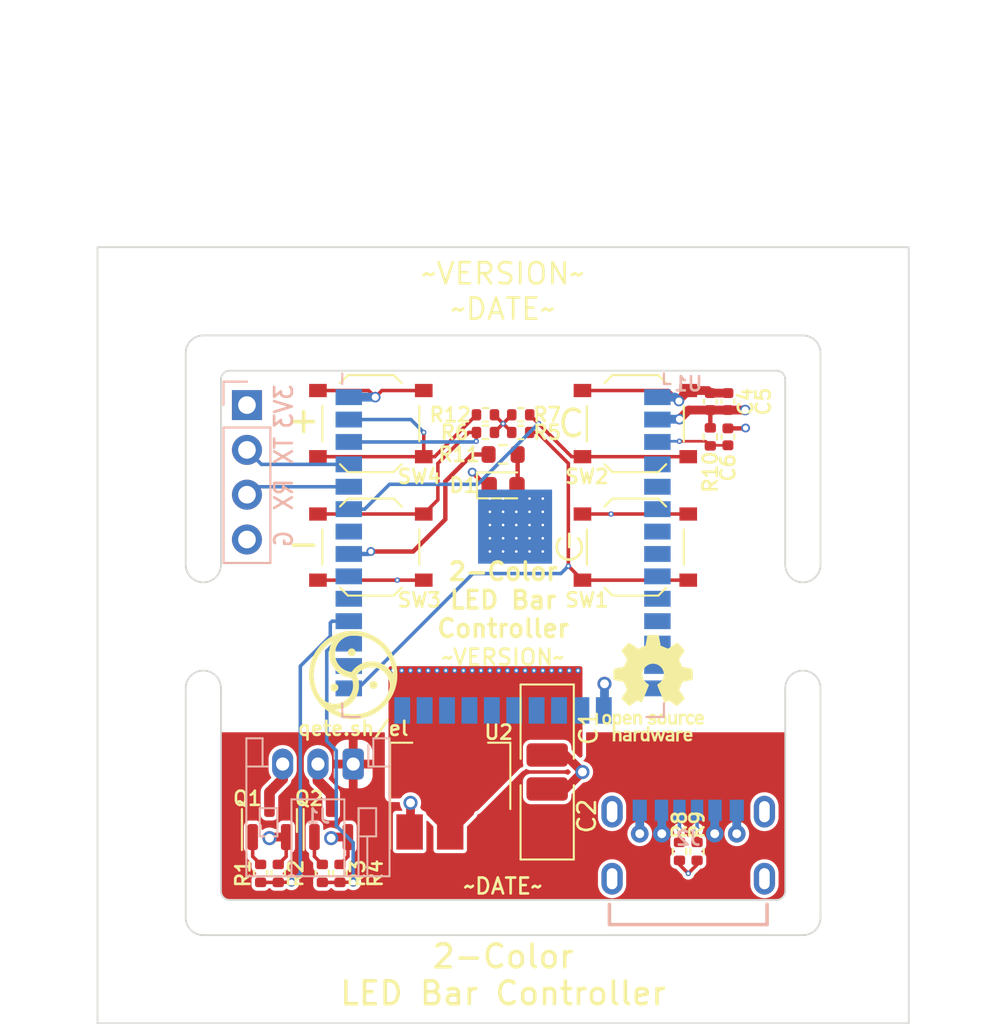
<source format=kicad_pcb>
(kicad_pcb (version 20221018) (generator pcbnew)
  (title_block (title "2-Color LED Bar Controller") (date "~{DATE}") (rev "~{VERSION}"))
  (layers (0 "F.Cu" signal) (1 "In1.Cu" power) (2 "In2.Cu" power) (31 "B.Cu" signal) (34 "B.Paste" user) (35 "F.Paste" user) (36 "B.SilkS" user "B.Silkscreen") (37 "F.SilkS" user "F.Silkscreen") (38 "B.Mask" user) (39 "F.Mask" user) (44 "Edge.Cuts" user))
  (property "DATE" "~DATE~")
  (property "VERSION" "~VERSION~")
  (net 0 "")
  (net 1 "+3V3")
  (net 2 "GND")
  (net 3 "VBUS")
  (net 4 "Net-(D1-A)")
  (net 5 "/TX")
  (net 6 "/RX")
  (net 7 "/PWM_CW")
  (net 8 "/PWM_WW")
  (net 9 "/SW_Color")
  (net 10 "/SW_Bright-")
  (net 11 "/SW_Power")
  (net 12 "/Status_LED")
  (net 13 "/SW_Bright+")
  (net 34 "/EN")
  (net 35 "/CW")
  (net 36 "/WW")
  (net 37 "/CC1")
  (net 38 "/CC2")
  (net 39 "/Gcw")
  (net 40 "/Gww")
  (footprint "Button_Switch_SMD:SW_Push_1P1T_XKB_TS-1187A" (layer "F.Cu") (at 146.25 95.5)
    (fp_text reference "SW1" (at -2.75 3) (layer "F.SilkS") (effects (font (size 0.8 0.8))))
    (fp_text value "Power")
    (pad "1" smd rect (at -3 -1.875) (size 1 0.75) (layers "F.Cu" "F.Paste" "F.Mask") (net 2 "GND"))
    (pad "1" smd rect (at 3 -1.875) (size 1 0.75) (layers "F.Cu" "F.Paste" "F.Mask") (net 2 "GND"))
    (pad "2" smd rect (at -3 1.875) (size 1 0.75) (layers "F.Cu" "F.Paste" "F.Mask") (net 11 "/SW_Power"))
    (pad "2" smd rect (at 3 1.875) (size 1 0.75) (layers "F.Cu" "F.Paste" "F.Mask") (net 11 "/SW_Power"))
  )
  (footprint "My_Footprints:JLCPCB_Tooling_Hole" (layer "F.Cu") (at 118.25 81)
    (fp_text reference "REF**" hide)
    (fp_text value "JLCPCB_Tooling_Hole")
    (pad "" np_thru_hole circle (at 0 0) (size 1.152 1.152) (drill 1.152) (layers "F&B.Cu" "*.Mask") (clearance 0.248))
  )
  (footprint "My_Footprints:JLCPCB_Tooling_Hole" (layer "F.Cu") (at 118.25 120)
    (fp_text reference "REF**" hide)
    (fp_text value "JLCPCB_Tooling_Hole")
    (pad "" np_thru_hole circle (at 0 0) (size 1.152 1.152) (drill 1.152) (layers "F&B.Cu" "*.Mask") (clearance 0.248))
  )
  (footprint "Resistor_SMD:R_0402_1005Metric" (layer "F.Cu") (at 137.75 89 180)
    (fp_text reference "R6" (at 1.75 0) (layer "F.SilkS") (effects (font (size 0.8 0.8))))
    (fp_text value "100k")
    (pad "1" smd roundrect (at -0.51 0 180) (size 0.54 0.64) (layers "F.Cu" "F.Paste" "F.Mask") (net 1 "+3V3"))
    (pad "2" smd roundrect (at 0.51 0 180) (size 0.54 0.64) (layers "F.Cu" "F.Paste" "F.Mask") (net 10 "/SW_Bright-"))
  )
  (footprint "Resistor_SMD:R_0402_1005Metric" (layer "F.Cu") (at 150.5 89.25 -90)
    (fp_text reference "R10" (at 2 0 90) (layer "F.SilkS") (effects (font (size 0.8 0.8))))
    (fp_text value "10k")
    (pad "1" smd roundrect (at -0.51 0 270) (size 0.54 0.64) (layers "F.Cu" "F.Paste" "F.Mask") (net 1 "+3V3"))
    (pad "2" smd roundrect (at 0.51 0 270) (size 0.54 0.64) (layers "F.Cu" "F.Paste" "F.Mask") (net 34 "/EN"))
  )
  (footprint "Package_TO_SOT_SMD:SOT-23" (layer "F.Cu") (at 125.5 111 90)
    (fp_text reference "Q1" (at 1.25 -1.25) (layer "F.SilkS") (effects (font (size 0.8 0.8))))
    (fp_text value "AO3400A")
    (pad "1" smd roundrect (at -0.9375 -0.95 90) (size 1.475 0.6) (layers "F.Cu" "F.Paste" "F.Mask") (net 39 "/Gcw"))
    (pad "2" smd roundrect (at -0.9375 0.95 90) (size 1.475 0.6) (layers "F.Cu" "F.Paste" "F.Mask") (net 2 "GND"))
    (pad "3" smd roundrect (at 0.9375 0 90) (size 1.475 0.6) (layers "F.Cu" "F.Paste" "F.Mask") (net 35 "/CW"))
  )
  (footprint "Package_TO_SOT_SMD:SOT-23" (layer "F.Cu") (at 129 111 90)
    (fp_text reference "Q2" (at 1.25 -1.25) (layer "F.SilkS") (effects (font (size 0.8 0.8))))
    (fp_text value "AO3400A")
    (pad "1" smd roundrect (at -0.9375 -0.95 90) (size 1.475 0.6) (layers "F.Cu" "F.Paste" "F.Mask") (net 40 "/Gww"))
    (pad "2" smd roundrect (at -0.9375 0.95 90) (size 1.475 0.6) (layers "F.Cu" "F.Paste" "F.Mask") (net 2 "GND"))
    (pad "3" smd roundrect (at 0.9375 0 90) (size 1.475 0.6) (layers "F.Cu" "F.Paste" "F.Mask") (net 36 "/WW"))
  )
  (footprint "Panelization:mouse-bite-5mm-railbreaker" (layer "F.Cu") (at 118.25 96.5)
    (fp_text reference "mouse-bite-2mm-slot" hide)
    (fp_text value "VAL**" hide)
    (pad "" np_thru_hole circle (at -1.875 0) (size 0.5 0.5) (drill 0.5) (layers "*.Cu" "*.Mask"))
    (pad "" np_thru_hole circle (at -1.125 0) (size 0.5 0.5) (drill 0.5) (layers "*.Cu" "*.Mask"))
    (pad "" np_thru_hole circle (at -0.375 0) (size 0.5 0.5) (drill 0.5) (layers "*.Cu" "*.Mask"))
    (pad "" np_thru_hole circle (at 0.375 0) (size 0.5 0.5) (drill 0.5) (layers "*.Cu" "*.Mask"))
    (pad "" np_thru_hole circle (at 1.125 0) (size 0.5 0.5) (drill 0.5) (layers "*.Cu" "*.Mask"))
    (pad "" np_thru_hole circle (at 1.875 0) (size 0.5 0.5) (drill 0.5) (layers "*.Cu" "*.Mask"))
  )
  (footprint "MountingHole:MountingHole_2.2mm_M2" (layer "F.Cu") (at 125.75 100)
    (fp_text reference "REF**" hide)
    (fp_text value "MountingHole_2.2mm_M2" hide)
    (pad "" np_thru_hole circle (at 0 0) (size 2.2 2.2) (drill 2.2) (layers "*.Cu" "*.Mask"))
  )
  (footprint "Resistor_SMD:R_0402_1005Metric" (layer "F.Cu") (at 139.75 89)
    (fp_text reference "R7" (at 1.5 -1) (layer "F.SilkS") (effects (font (size 0.8 0.8))))
    (fp_text value "100k")
    (pad "1" smd roundrect (at -0.51 0) (size 0.54 0.64) (layers "F.Cu" "F.Paste" "F.Mask") (net 1 "+3V3"))
    (pad "2" smd roundrect (at 0.51 0) (size 0.54 0.64) (layers "F.Cu" "F.Paste" "F.Mask") (net 11 "/SW_Power"))
  )
  (footprint "Resistor_SMD:R_0402_1005Metric" (layer "F.Cu") (at 126 114 90)
    (fp_text reference "R2" (at 0 1 90) (layer "F.SilkS") (effects (font (size 0.8 0.8))))
    (fp_text value "100k")
    (pad "1" smd roundrect (at -0.51 0 90) (size 0.54 0.64) (layers "F.Cu" "F.Paste" "F.Mask") (net 7 "/PWM_CW"))
    (pad "2" smd roundrect (at 0.51 0 90) (size 0.54 0.64) (layers "F.Cu" "F.Paste" "F.Mask") (net 2 "GND"))
  )
  (footprint "Panelization:mouse-bite-2x5mm-slot-onesided-v2" (layer "F.Cu") (at 155.75 100 90)
    (fp_text reference "mouse-bite-2mm-slot" hide)
    (fp_text value "VAL**" hide)
    (fp_arc (start -3.5 -1) (mid -2.5 0) (end -3.5 1) (stroke (width 0.1)) (layer "Edge.Cuts"))
    (fp_arc (start 3.5 1) (mid 2.5 0) (end 3.5 -1) (stroke (width 0.1)) (layer "Edge.Cuts"))
    (pad "" np_thru_hole circle (at -2.25 -1 90) (size 0.5 0.5) (drill 0.5) (layers "*.Cu" "*.Mask"))
    (pad "" np_thru_hole circle (at -1.5 -1 90) (size 0.5 0.5) (drill 0.5) (layers "*.Cu" "*.Mask"))
    (pad "" np_thru_hole circle (at -0.75 -1 90) (size 0.5 0.5) (drill 0.5) (layers "*.Cu" "*.Mask"))
    (pad "" np_thru_hole circle (at 0 -1 90) (size 0.5 0.5) (drill 0.5) (layers "*.Cu" "*.Mask"))
    (pad "" np_thru_hole circle (at 0.75 -1 90) (size 0.5 0.5) (drill 0.5) (layers "*.Cu" "*.Mask"))
    (pad "" np_thru_hole circle (at 1.5 -1 90) (size 0.5 0.5) (drill 0.5) (layers "*.Cu" "*.Mask"))
    (pad "" np_thru_hole circle (at 2.25 -1 90) (size 0.5 0.5) (drill 0.5) (layers "*.Cu" "*.Mask"))
  )
  (footprint "Button_Switch_SMD:SW_Push_1P1T_XKB_TS-1187A" (layer "F.Cu") (at 146.25 88.5)
    (fp_text reference "SW2" (at -2.75 3) (layer "F.SilkS") (effects (font (size 0.8 0.8))))
    (fp_text value "Color")
    (pad "1" smd rect (at -3 -1.875) (size 1 0.75) (layers "F.Cu" "F.Paste" "F.Mask") (net 2 "GND"))
    (pad "1" smd rect (at 3 -1.875) (size 1 0.75) (layers "F.Cu" "F.Paste" "F.Mask") (net 2 "GND"))
    (pad "2" smd rect (at -3 1.875) (size 1 0.75) (layers "F.Cu" "F.Paste" "F.Mask") (net 9 "/SW_Color"))
    (pad "2" smd rect (at 3 1.875) (size 1 0.75) (layers "F.Cu" "F.Paste" "F.Mask") (net 9 "/SW_Color"))
  )
  (footprint "My_Footprints:JLCPCB_Tooling_Hole" (layer "F.Cu") (at 159.25 120)
    (fp_text reference "REF**" hide)
    (fp_text value "JLCPCB_Tooling_Hole")
    (pad "" np_thru_hole circle (at 0 0) (size 1.152 1.152) (drill 1.152) (layers "F&B.Cu" "*.Mask") (clearance 0.248))
  )
  (footprint "MountingHole:MountingHole_2.2mm_M2" (layer "F.Cu") (at 151.75 100)
    (fp_text reference "REF**" hide)
    (fp_text value "MountingHole_2.2mm_M2" hide)
    (pad "" np_thru_hole circle (at 0 0) (size 2.2 2.2) (drill 2.2) (layers "*.Cu" "*.Mask"))
  )
  (footprint "Resistor_SMD:R_0402_1005Metric" (layer "F.Cu") (at 139.75 88)
    (fp_text reference "R5" (at 1.5 1) (layer "F.SilkS") (effects (font (size 0.8 0.8))))
    (fp_text value "100k")
    (pad "1" smd roundrect (at -0.51 0) (size 0.54 0.64) (layers "F.Cu" "F.Paste" "F.Mask") (net 1 "+3V3"))
    (pad "2" smd roundrect (at 0.51 0) (size 0.54 0.64) (layers "F.Cu" "F.Paste" "F.Mask") (net 9 "/SW_Color"))
  )
  (footprint "Capacitor_SMD:C_0402_1005Metric" (layer "F.Cu") (at 151.5 87.25 -90)
    (fp_text reference "C5" (at 0 -2 90) (layer "F.SilkS") (effects (font (size 0.8 0.8))))
    (fp_text value "10u")
    (pad "1" smd roundrect (at -0.48 0 270) (size 0.56 0.62) (layers "F.Cu" "F.Paste" "F.Mask") (net 2 "GND"))
    (pad "2" smd roundrect (at 0.48 0 270) (size 0.56 0.62) (layers "F.Cu" "F.Paste" "F.Mask") (net 1 "+3V3"))
  )
  (footprint "Package_TO_SOT_SMD:SOT-223-3_TabPin2" (layer "F.Cu") (at 135.75 108.5 90)
    (fp_text reference "U2" (at 2.5 2.75) (layer "F.SilkS") (effects (font (size 0.8 0.8))))
    (fp_text value "AMS1117-3.3")
    (pad "1" smd rect (at -3.15 -2.3 90) (size 2 1.5) (layers "F.Cu" "F.Paste" "F.Mask") (net 2 "GND"))
    (pad "2" smd rect (at -3.15 0 90) (size 2 1.5) (layers "F.Cu" "F.Paste" "F.Mask") (net 1 "+3V3") (thermal_gap 0.25))
    (pad "2" smd rect (at 3.15 0 90) (size 2 3.8) (layers "F.Cu" "F.Paste" "F.Mask") (net 1 "+3V3") (thermal_gap 0.25))
    (pad "3" smd rect (at -3.15 2.3 90) (size 2 1.5) (layers "F.Cu" "F.Paste" "F.Mask") (net 3 "VBUS") (thermal_gap 0.25))
  )
  (footprint "Panelization:mouse-bite-5mm-railbreaker" (layer "F.Cu") (at 159.25 103.5)
    (fp_text reference "mouse-bite-2mm-slot" hide)
    (fp_text value "VAL**" hide)
    (pad "" np_thru_hole circle (at -1.875 0) (size 0.5 0.5) (drill 0.5) (layers "*.Cu" "*.Mask"))
    (pad "" np_thru_hole circle (at -1.125 0) (size 0.5 0.5) (drill 0.5) (layers "*.Cu" "*.Mask"))
    (pad "" np_thru_hole circle (at -0.375 0) (size 0.5 0.5) (drill 0.5) (layers "*.Cu" "*.Mask"))
    (pad "" np_thru_hole circle (at 0.375 0) (size 0.5 0.5) (drill 0.5) (layers "*.Cu" "*.Mask"))
    (pad "" np_thru_hole circle (at 1.125 0) (size 0.5 0.5) (drill 0.5) (layers "*.Cu" "*.Mask"))
    (pad "" np_thru_hole circle (at 1.875 0) (size 0.5 0.5) (drill 0.5) (layers "*.Cu" "*.Mask"))
  )
  (footprint "Resistor_SMD:R_0402_1005Metric" (layer "F.Cu") (at 129.5 114 90)
    (fp_text reference "R4" (at 0 2 90) (layer "F.SilkS") (effects (font (size 0.8 0.8))))
    (fp_text value "100k")
    (pad "1" smd roundrect (at -0.51 0 90) (size 0.54 0.64) (layers "F.Cu" "F.Paste" "F.Mask") (net 8 "/PWM_WW"))
    (pad "2" smd roundrect (at 0.51 0 90) (size 0.54 0.64) (layers "F.Cu" "F.Paste" "F.Mask") (net 2 "GND"))
  )
  (footprint "Button_Switch_SMD:SW_Push_1P1T_XKB_TS-1187A" (layer "F.Cu") (at 131.25 88.5)
    (fp_text reference "SW4" (at 2.75 3) (layer "F.SilkS") (effects (font (size 0.8 0.8))))
    (fp_text value "Bright+")
    (pad "1" smd rect (at -3 -1.875) (size 1 0.75) (layers "F.Cu" "F.Paste" "F.Mask") (net 2 "GND"))
    (pad "1" smd rect (at 3 -1.875) (size 1 0.75) (layers "F.Cu" "F.Paste" "F.Mask") (net 2 "GND"))
    (pad "2" smd rect (at -3 1.875) (size 1 0.75) (layers "F.Cu" "F.Paste" "F.Mask") (net 13 "/SW_Bright+"))
    (pad "2" smd rect (at 3 1.875) (size 1 0.75) (layers "F.Cu" "F.Paste" "F.Mask") (net 13 "/SW_Bright+"))
  )
  (footprint "Symbol:OSHW-Logo_5.7x6mm_SilkScreen" (layer "F.Cu") (at 147.25 103.5)
    (fp_text reference "REF**" hide)
    (fp_text value "OSHW-Logo_5.7x6mm_SilkScreen" hide)
  )
  (footprint "Resistor_SMD:R_0402_1005Metric" (layer "F.Cu") (at 125 114 90)
    (fp_text reference "R1" (at 0 -1 90) (layer "F.SilkS") (effects (font (size 0.8 0.8))))
    (fp_text value "100R")
    (pad "1" smd roundrect (at -0.51 0 90) (size 0.54 0.64) (layers "F.Cu" "F.Paste" "F.Mask") (net 7 "/PWM_CW"))
    (pad "2" smd roundrect (at 0.51 0 90) (size 0.54 0.64) (layers "F.Cu" "F.Paste" "F.Mask") (net 39 "/Gcw"))
  )
  (footprint "Resistor_SMD:R_0402_1005Metric" (layer "F.Cu") (at 128.5 114 90)
    (fp_text reference "R3" (at 0 2 90) (layer "F.SilkS") (effects (font (size 0.8 0.8))))
    (fp_text value "100R")
    (pad "1" smd roundrect (at -0.51 0 90) (size 0.54 0.64) (layers "F.Cu" "F.Paste" "F.Mask") (net 8 "/PWM_WW"))
    (pad "2" smd roundrect (at 0.51 0 90) (size 0.54 0.64) (layers "F.Cu" "F.Paste" "F.Mask") (net 40 "/Gww"))
  )
  (footprint "Panelization:mouse-bite-2x5mm-slot-onesided-v2" (layer "F.Cu") (at 121.75 100 -90)
    (fp_text reference "mouse-bite-2mm-slot" hide)
    (fp_text value "VAL**" hide)
    (fp_arc (start -3.5 -1) (mid -2.5 0) (end -3.5 1) (stroke (width 0.1)) (layer "Edge.Cuts"))
    (fp_arc (start 3.5 1) (mid 2.5 0) (end 3.5 -1) (stroke (width 0.1)) (layer "Edge.Cuts"))
    (pad "" np_thru_hole circle (at -2.25 -1 270) (size 0.5 0.5) (drill 0.5) (layers "*.Cu" "*.Mask"))
    (pad "" np_thru_hole circle (at -1.5 -1 270) (size 0.5 0.5) (drill 0.5) (layers "*.Cu" "*.Mask"))
    (pad "" np_thru_hole circle (at -0.75 -1 270) (size 0.5 0.5) (drill 0.5) (layers "*.Cu" "*.Mask"))
    (pad "" np_thru_hole circle (at 0 -1 270) (size 0.5 0.5) (drill 0.5) (layers "*.Cu" "*.Mask"))
    (pad "" np_thru_hole circle (at 0.75 -1 270) (size 0.5 0.5) (drill 0.5) (layers "*.Cu" "*.Mask"))
    (pad "" np_thru_hole circle (at 1.5 -1 270) (size 0.5 0.5) (drill 0.5) (layers "*.Cu" "*.Mask"))
    (pad "" np_thru_hole circle (at 2.25 -1 270) (size 0.5 0.5) (drill 0.5) (layers "*.Cu" "*.Mask"))
  )
  (footprint "Capacitor_SMD:C_0402_1005Metric" (layer "F.Cu") (at 151.5 89.25 -90)
    (fp_text reference "C6" (at 1.75 0 90) (layer "F.SilkS") (effects (font (size 0.8 0.8))))
    (fp_text value "100n")
    (pad "1" smd roundrect (at -0.48 0 270) (size 0.56 0.62) (layers "F.Cu" "F.Paste" "F.Mask") (net 2 "GND"))
    (pad "2" smd roundrect (at 0.48 0 270) (size 0.56 0.62) (layers "F.Cu" "F.Paste" "F.Mask") (net 34 "/EN"))
  )
  (footprint "Panelization:mouse-bite-5mm-railbreaker" (layer "F.Cu") (at 159.25 96.5)
    (fp_text reference "mouse-bite-2mm-slot" hide)
    (fp_text value "VAL**" hide)
    (pad "" np_thru_hole circle (at -1.875 0) (size 0.5 0.5) (drill 0.5) (layers "*.Cu" "*.Mask"))
    (pad "" np_thru_hole circle (at -1.125 0) (size 0.5 0.5) (drill 0.5) (layers "*.Cu" "*.Mask"))
    (pad "" np_thru_hole circle (at -0.375 0) (size 0.5 0.5) (drill 0.5) (layers "*.Cu" "*.Mask"))
    (pad "" np_thru_hole circle (at 0.375 0) (size 0.5 0.5) (drill 0.5) (layers "*.Cu" "*.Mask"))
    (pad "" np_thru_hole circle (at 1.125 0) (size 0.5 0.5) (drill 0.5) (layers "*.Cu" "*.Mask"))
    (pad "" np_thru_hole circle (at 1.875 0) (size 0.5 0.5) (drill 0.5) (layers "*.Cu" "*.Mask"))
  )
  (footprint "Button_Switch_SMD:SW_Push_1P1T_XKB_TS-1187A" (layer "F.Cu") (at 131.25 95.5 180)
    (fp_text reference "SW3" (at -2.75 -3) (layer "F.SilkS") (effects (font (size 0.8 0.8))))
    (fp_text value "Bright-")
    (pad "1" smd rect (at -3 -1.875 180) (size 1 0.75) (layers "F.Cu" "F.Paste" "F.Mask") (net 2 "GND"))
    (pad "1" smd rect (at 3 -1.875 180) (size 1 0.75) (layers "F.Cu" "F.Paste" "F.Mask") (net 2 "GND"))
    (pad "2" smd rect (at -3 1.875 180) (size 1 0.75) (layers "F.Cu" "F.Paste" "F.Mask") (net 10 "/SW_Bright-"))
    (pad "2" smd rect (at 3 1.875 180) (size 1 0.75) (layers "F.Cu" "F.Paste" "F.Mask") (net 10 "/SW_Bright-"))
  )
  (footprint "Panelization:mouse-bite-5mm-railbreaker" (layer "F.Cu") (at 118.25 103.5)
    (fp_text reference "mouse-bite-2mm-slot" hide)
    (fp_text value "VAL**" hide)
    (pad "" np_thru_hole circle (at -1.875 0) (size 0.5 0.5) (drill 0.5) (layers "*.Cu" "*.Mask"))
    (pad "" np_thru_hole circle (at -1.125 0) (size 0.5 0.5) (drill 0.5) (layers "*.Cu" "*.Mask"))
    (pad "" np_thru_hole circle (at -0.375 0) (size 0.5 0.5) (drill 0.5) (layers "*.Cu" "*.Mask"))
    (pad "" np_thru_hole circle (at 0.375 0) (size 0.5 0.5) (drill 0.5) (layers "*.Cu" "*.Mask"))
    (pad "" np_thru_hole circle (at 1.125 0) (size 0.5 0.5) (drill 0.5) (layers "*.Cu" "*.Mask"))
    (pad "" np_thru_hole circle (at 1.875 0) (size 0.5 0.5) (drill 0.5) (layers "*.Cu" "*.Mask"))
  )
  (footprint "My_Footprints:JLCPCB_Tooling_Hole" (layer "F.Cu") (at 159.25 81)
    (fp_text reference "REF**" hide)
    (fp_text value "JLCPCB_Tooling_Hole")
    (pad "" np_thru_hole circle (at 0 0) (size 1.152 1.152) (drill 1.152) (layers "F&B.Cu" "*.Mask") (clearance 0.248))
  )
  (footprint "Capacitor_Tantalum_SMD:CP_EIA-3528-21_Kemet-B" (layer "F.Cu") (at 141.25 105.75 -90)
    (fp_text reference "C1" (at 0 -2.35 90) (layer "F.SilkS"))
    (fp_text value "100u")
    (pad "1" smd roundrect (at -1.5375 0 270) (size 1.325 2.35) (layers "F.Cu" "F.Paste" "F.Mask") (roundrect_rratio 0.188679) (net 1 "+3V3"))
    (pad "2" smd roundrect (at 1.5375 0 270) (size 1.325 2.35) (layers "F.Cu" "F.Paste" "F.Mask") (roundrect_rratio 0.188679) (net 2 "GND"))
  )
  (footprint "Resistor_SMD:R_0402_1005Metric" (layer "F.Cu") (at 148.75 112.75 -90)
    (fp_text reference "R8" (at -1.5 0 90) (layer "F.SilkS") (effects (font (size 0.8 0.8))))
    (fp_text value "5k1")
    (pad "1" smd roundrect (at -0.51 0 270) (size 0.54 0.64) (layers "F.Cu" "F.Paste" "F.Mask") (net 38 "/CC2"))
    (pad "2" smd roundrect (at 0.51 0 270) (size 0.54 0.64) (layers "F.Cu" "F.Paste" "F.Mask") (net 2 "GND"))
  )
  (footprint "LED_SMD:LED_0603_1608Metric" (layer "F.Cu") (at 138.75 92)
    (fp_text reference "D1" (at -2.25 0) (layer "F.SilkS") (effects (font (size 0.8 0.8))))
    (fp_text value "LED")
    (pad "1" smd roundrect (at -0.7875 0) (size 0.875 0.95) (layers "F.Cu" "F.Paste" "F.Mask") (net 2 "GND"))
    (pad "2" smd roundrect (at 0.7875 0) (size 0.875 0.95) (layers "F.Cu" "F.Paste" "F.Mask") (net 4 "Net-(D1-A)"))
  )
  (footprint "Capacitor_SMD:C_0402_1005Metric" (layer "F.Cu") (at 150.5 87.25 -90)
    (fp_text reference "C4" (at 0 -2 -90) (layer "F.SilkS") (effects (font (size 0.8 0.8))))
    (fp_text value "100n")
    (pad "1" smd roundrect (at -0.48 0 270) (size 0.56 0.62) (layers "F.Cu" "F.Paste" "F.Mask") (net 2 "GND"))
    (pad "2" smd roundrect (at 0.48 0 270) (size 0.56 0.62) (layers "F.Cu" "F.Paste" "F.Mask") (net 1 "+3V3"))
  )
  (footprint "Capacitor_Tantalum_SMD:CP_EIA-3528-21_Kemet-B" (layer "F.Cu") (at 141.25 110.75 90)
    (fp_text reference "C2" (at 0 2.25 270) (layer "F.SilkS"))
    (fp_text value "100u")
    (pad "1" smd roundrect (at -1.5375 0 90) (size 1.325 2.35) (layers "F.Cu" "F.Paste" "F.Mask") (roundrect_rratio 0.188679) (net 3 "VBUS"))
    (pad "2" smd roundrect (at 1.5375 0 90) (size 1.325 2.35) (layers "F.Cu" "F.Paste" "F.Mask") (roundrect_rratio 0.188679) (net 2 "GND"))
  )
  (footprint "Resistor_SMD:R_0603_1608Metric" (layer "F.Cu") (at 138.75 90.25)
    (fp_text reference "R11" (at -2.5 0) (layer "F.SilkS") (effects (font (size 0.8 0.8))))
    (fp_text value "680R")
    (pad "1" smd roundrect (at -0.825 0) (size 0.8 0.95) (layers "F.Cu" "F.Paste" "F.Mask") (net 12 "/Status_LED"))
    (pad "2" smd roundrect (at 0.825 0) (size 0.8 0.95) (layers "F.Cu" "F.Paste" "F.Mask") (net 4 "Net-(D1-A)"))
  )
  (footprint "My_Footprints:CutieMark5mmInverted" (layer "F.Cu") (at 130.25 102.75)
    (fp_text reference "G***" hide)
    (fp_text value "LOGO" hide)
  )
  (footprint "Resistor_SMD:R_0402_1005Metric" (layer "F.Cu") (at 149.75 112.75 -90)
    (fp_text reference "R9" (at -1.5 0 90) (layer "F.SilkS") (effects (font (size 0.8 0.8))))
    (fp_text value "5k1")
    (pad "1" smd roundrect (at -0.51 0 270) (size 0.54 0.64) (layers "F.Cu" "F.Paste" "F.Mask") (net 37 "/CC1"))
    (pad "2" smd roundrect (at 0.51 0 270) (size 0.54 0.64) (layers "F.Cu" "F.Paste" "F.Mask") (net 2 "GND"))
  )
  (footprint "Resistor_SMD:R_0402_1005Metric" (layer "F.Cu") (at 137.75 88 180)
    (fp_text reference "R12" (at 2 0) (layer "F.SilkS") (effects (font (size 0.8 0.8))))
    (fp_text value "100k")
    (pad "1" smd roundrect (at -0.51 0 180) (size 0.54 0.64) (layers "F.Cu" "F.Paste" "F.Mask") (net 1 "+3V3"))
    (pad "2" smd roundrect (at 0.51 0 180) (size 0.54 0.64) (layers "F.Cu" "F.Paste" "F.Mask") (net 13 "/SW_Bright+"))
  )
  (footprint "RF_Module:ESP32-WROOM-32" (layer "B.Cu") (at 138.75 95.25 180)
    (fp_text reference "U1" (at -10.5 9) (layer "B.SilkS") (effects (font (size 0.8 0.8)) (justify mirror)))
    (fp_text value "ESP32-WROOM-32")
    (pad "1" smd rect (at -8.75 8.25 180) (size 1.5 0.9) (layers "B.Cu" "B.Paste" "B.Mask") (net 2 "GND"))
    (pad "2" smd rect (at -8.75 6.98 180) (size 1.5 0.9) (layers "B.Cu" "B.Paste" "B.Mask") (net 1 "+3V3"))
    (pad "3" smd rect (at -8.75 5.71 180) (size 1.5 0.9) (layers "B.Cu" "B.Paste" "B.Mask") (net 34 "/EN"))
    (pad "4" smd rect (at -8.75 4.44 180) (size 1.5 0.9) (layers "B.Cu" "B.Paste" "B.Mask"))
    (pad "5" smd rect (at -8.75 3.17 180) (size 1.5 0.9) (layers "B.Cu" "B.Paste" "B.Mask"))
    (pad "6" smd rect (at -8.75 1.9 180) (size 1.5 0.9) (layers "B.Cu" "B.Paste" "B.Mask"))
    (pad "7" smd rect (at -8.75 0.63 180) (size 1.5 0.9) (layers "B.Cu" "B.Paste" "B.Mask"))
    (pad "8" smd rect (at -8.75 -0.64 180) (size 1.5 0.9) (layers "B.Cu" "B.Paste" "B.Mask"))
    (pad "9" smd rect (at -8.75 -1.91 180) (size 1.5 0.9) (layers "B.Cu" "B.Paste" "B.Mask"))
    (pad "10" smd rect (at -8.75 -3.18 180) (size 1.5 0.9) (layers "B.Cu" "B.Paste" "B.Mask"))
    (pad "11" smd rect (at -8.75 -4.45 180) (size 1.5 0.9) (layers "B.Cu" "B.Paste" "B.Mask"))
    (pad "12" smd rect (at -8.75 -5.72 180) (size 1.5 0.9) (layers "B.Cu" "B.Paste" "B.Mask"))
    (pad "13" smd rect (at -8.75 -6.99 180) (size 1.5 0.9) (layers "B.Cu" "B.Paste" "B.Mask"))
    (pad "14" smd rect (at -8.75 -8.26 180) (size 1.5 0.9) (layers "B.Cu" "B.Paste" "B.Mask"))
    (pad "15" smd rect (at -5.71 -9.51 90) (size 1.5 0.9) (layers "B.Cu" "B.Paste" "B.Mask") (net 2 "GND"))
    (pad "16" smd rect (at -4.44 -9.51 90) (size 1.5 0.9) (layers "B.Cu" "B.Paste" "B.Mask"))
    (pad "17" smd rect (at -3.17 -9.51 90) (size 1.5 0.9) (layers "B.Cu" "B.Paste" "B.Mask"))
    (pad "18" smd rect (at -1.9 -9.51 90) (size 1.5 0.9) (layers "B.Cu" "B.Paste" "B.Mask"))
    (pad "19" smd rect (at -0.63 -9.51 90) (size 1.5 0.9) (layers "B.Cu" "B.Paste" "B.Mask"))
    (pad "20" smd rect (at 0.64 -9.51 90) (size 1.5 0.9) (layers "B.Cu" "B.Paste" "B.Mask"))
    (pad "21" smd rect (at 1.91 -9.51 90) (size 1.5 0.9) (layers "B.Cu" "B.Paste" "B.Mask"))
    (pad "22" smd rect (at 3.18 -9.51 90) (size 1.5 0.9) (layers "B.Cu" "B.Paste" "B.Mask"))
    (pad "23" smd rect (at 4.45 -9.51 90) (size 1.5 0.9) (layers "B.Cu" "B.Paste" "B.Mask"))
    (pad "24" smd rect (at 5.72 -9.51 90) (size 1.5 0.9) (layers "B.Cu" "B.Paste" "B.Mask"))
    (pad "25" smd rect (at 8.75 -8.26 180) (size 1.5 0.9) (layers "B.Cu" "B.Paste" "B.Mask") (net 11 "/SW_Power"))
    (pad "26" smd rect (at 8.75 -6.99 180) (size 1.5 0.9) (layers "B.Cu" "B.Paste" "B.Mask"))
    (pad "27" smd rect (at 8.75 -5.72 180) (size 1.5 0.9) (layers "B.Cu" "B.Paste" "B.Mask") (net 8 "/PWM_WW"))
    (pad "28" smd rect (at 8.75 -4.45 180) (size 1.5 0.9) (layers "B.Cu" "B.Paste" "B.Mask") (net 7 "/PWM_CW"))
    (pad "29" smd rect (at 8.75 -3.18 180) (size 1.5 0.9) (layers "B.Cu" "B.Paste" "B.Mask"))
    (pad "30" smd rect (at 8.75 -1.91 180) (size 1.5 0.9) (layers "B.Cu" "B.Paste" "B.Mask"))
    (pad "31" smd rect (at 8.75 -0.64 180) (size 1.5 0.9) (layers "B.Cu" "B.Paste" "B.Mask") (net 12 "/Status_LED"))
    (pad "32" smd rect (at 8.75 0.63 180) (size 1.5 0.9) (layers "B.Cu" "B.Paste" "B.Mask"))
    (pad "33" smd rect (at 8.75 1.9 180) (size 1.5 0.9) (layers "B.Cu" "B.Paste" "B.Mask") (net 9 "/SW_Color"))
    (pad "34" smd rect (at 8.75 3.17 180) (size 1.5 0.9) (layers "B.Cu" "B.Paste" "B.Mask") (net 6 "/RX"))
    (pad "35" smd rect (at 8.75 4.44 180) (size 1.5 0.9) (layers "B.Cu" "B.Paste" "B.Mask") (net 5 "/TX"))
    (pad "36" smd rect (at 8.75 5.71 180) (size 1.5 0.9) (layers "B.Cu" "B.Paste" "B.Mask") (net 10 "/SW_Bright-"))
    (pad "37" smd rect (at 8.75 6.98 180) (size 1.5 0.9) (layers "B.Cu" "B.Paste" "B.Mask") (net 13 "/SW_Bright+"))
    (pad "38" smd rect (at 8.75 8.25 180) (size 1.5 0.9) (layers "B.Cu" "B.Paste" "B.Mask") (net 2 "GND"))
    (pad "39" smd rect (at -2.205 -0.615 180) (size 1.05 1.05) (layers "B.Cu" "B.Paste") (net 2 "GND"))
    (pad "39" smd rect (at -2.205 0.91 180) (size 1.05 1.05) (layers "B.Cu" "B.Paste") (net 2 "GND"))
    (pad "39" smd rect (at -2.205 2.435 180) (size 1.05 1.05) (layers "B.Cu" "B.Paste") (net 2 "GND"))
    (pad "39" smd rect (at -0.68 -0.615 180) (size 1.05 1.05) (layers "B.Cu" "B.Paste") (net 2 "GND"))
    (pad "39" smd rect (at -0.68 0.91 180) (size 1.05 1.05) (layers "B.Cu" "B.Paste") (net 2 "GND"))
    (pad "39" smd rect (at -0.68 0.91 180) (size 4.2 4.2) (layers "B.Cu" "B.Mask") (net 2 "GND"))
    (pad "39" smd rect (at -0.68 2.435 180) (size 1.05 1.05) (layers "B.Cu" "B.Paste") (net 2 "GND"))
    (pad "39" smd rect (at 0.845 -0.615 180) (size 1.05 1.05) (layers "B.Cu" "B.Paste") (net 2 "GND"))
    (pad "39" smd rect (at 0.845 0.91 180) (size 1.05 1.05) (layers "B.Cu" "B.Paste") (net 2 "GND"))
    (pad "39" smd rect (at 0.845 2.435 180) (size 1.05 1.05) (layers "B.Cu" "B.Paste") (net 2 "GND"))
    (zone (net 0) (net_name "") (layers "*.Cu") (connect_pads (clearance 0)) (min_thickness 0.254)
      (keepout (tracks not_allowed) (vias not_allowed) (pads allowed) (copperpour not_allowed) (footprints allowed))
      (fill (thermal_gap 0.508) (thermal_bridge_width 0.508))
      (polygon (pts (xy 162.75 85.45) (xy 114.75 85.45) (xy 114.75 64.51) (xy 162.75 64.51)))
    )
  )
  (footprint "USB4125-GF-A_REVA2:GCT_USB4125-GF-A_REVA2" (layer "B.Cu") (at 149.25 113.5 180)
    (fp_text reference "J2" (at 0 1.5) (layer "B.SilkS") (effects (font (size 0.8 0.8)) (justify mirror)))
    (fp_text value "USB_C")
    (pad "A5" smd rect (at -0.5 3.08 180) (size 0.7 1.2) (layers "B.Cu" "B.Paste" "B.Mask") (net 37 "/CC1"))
    (pad "A9" smd rect (at 1.52 3.08 180) (size 0.76 1.2) (layers "B.Cu" "B.Paste" "B.Mask") (net 3 "VBUS"))
    (pad "A12" smd rect (at 2.75 3.08 180) (size 0.8 1.2) (layers "B.Cu" "B.Paste" "B.Mask") (net 2 "GND"))
    (pad "B5" smd rect (at 0.5 3.08 180) (size 0.7 1.2) (layers "B.Cu" "B.Paste" "B.Mask") (net 38 "/CC2"))
    (pad "B9" smd rect (at -1.52 3.08 180) (size 0.76 1.2) (layers "B.Cu" "B.Paste" "B.Mask") (net 3 "VBUS"))
    (pad "B12" smd rect (at -2.75 3.08 180) (size 0.8 1.2) (layers "B.Cu" "B.Paste" "B.Mask") (net 2 "GND"))
    (pad "S1" thru_hole oval (at -4.32 -0.8 180) (size 1.2 1.8) (drill oval 0.6 1.2) (layers "*.Cu" "*.Mask") (net 2 "GND"))
    (pad "S1" thru_hole oval (at -4.32 3 180) (size 1.2 1.8) (drill oval 0.6 1.2) (layers "*.Cu" "*.Mask") (net 2 "GND"))
    (pad "S1" thru_hole oval (at 4.32 -0.8 180) (size 1.2 1.8) (drill oval 0.6 1.2) (layers "*.Cu" "*.Mask") (net 2 "GND"))
    (pad "S1" thru_hole oval (at 4.32 3 180) (size 1.2 1.8) (drill oval 0.6 1.2) (layers "*.Cu" "*.Mask") (net 2 "GND"))
  )
  (footprint "Connector_JST:JST_PH_S3B-PH-K_1x03_P2.00mm_Horizontal" (layer "B.Cu") (at 130.25 107.8 180)
    (fp_text reference "J1" (at 2 -2.95) (layer "B.SilkS") (effects (font (size 0.8 0.8)) (justify mirror)))
    (fp_text value "Conn_01x03")
    (pad "1" thru_hole roundrect (at 0 0 180) (size 1.2 1.75) (drill 0.75) (layers "*.Cu" "*.Mask") (roundrect_rratio 0.208333) (net 3 "VBUS"))
    (pad "2" thru_hole oval (at 2 0 180) (size 1.2 1.75) (drill 0.75) (layers "*.Cu" "*.Mask") (net 36 "/WW"))
    (pad "3" thru_hole oval (at 4 0 180) (size 1.2 1.75) (drill 0.75) (layers "*.Cu" "*.Mask") (net 35 "/CW"))
  )
  (footprint "Connector_PinSocket_2.54mm:PinSocket_1x04_P2.54mm_Vertical" (layer "B.Cu") (at 124.225 87.45 180)
    (fp_text reference "J3" hide)
    (fp_text value "Serial")
    (pad "1" thru_hole rect (at 0 0 180) (size 1.7 1.7) (drill 1) (layers "*.Cu" "*.Mask") (net 1 "+3V3"))
    (pad "2" thru_hole oval (at 0 -2.54 180) (size 1.7 1.7) (drill 1) (layers "*.Cu" "*.Mask") (net 5 "/TX"))
    (pad "3" thru_hole oval (at 0 -5.08 180) (size 1.7 1.7) (drill 1) (layers "*.Cu" "*.Mask") (net 6 "/RX"))
    (pad "4" thru_hole oval (at 0 -7.62 180) (size 1.7 1.7) (drill 1) (layers "*.Cu" "*.Mask") (net 2 "GND"))
  )
  (gr_arc (start 142.999999 95.000001) (mid 142.5 96.207105) (end 142.000001 95.000001) (stroke (width 0.15)) (layer "F.SilkS"))
  (gr_line (start 142.5 95.5) (end 142.5 94.75) (stroke (width 0.15)) (layer "F.SilkS"))
  (gr_line (start 156.75 103.5) (end 156.75 116.5) (stroke (width 0.1)) (layer "Edge.Cuts"))
  (gr_arc (start 154.25 85.5) (mid 154.603553 85.646447) (end 154.75 86) (stroke (width 0.1)) (layer "Edge.Cuts"))
  (gr_line (start 156.75 84.5) (end 156.75 96.5) (stroke (width 0.1)) (layer "Edge.Cuts"))
  (gr_line (start 154.75 103.5) (end 154.75 115) (stroke (width 0.1)) (layer "Edge.Cuts"))
  (gr_line (start 122.75 103.5) (end 122.75 115) (stroke (width 0.1)) (layer "Edge.Cuts"))
  (gr_line (start 122.75 86) (end 122.75 96.5) (stroke (width 0.1)) (layer "Edge.Cuts"))
  (gr_rect (start 115.75 78.5) (end 161.75 122.5) (stroke (width 0.1)) (fill none) (layer "Edge.Cuts"))
  (gr_line (start 155.75 117.5) (end 121.75 117.5) (stroke (width 0.1)) (layer "Edge.Cuts"))
  (gr_line (start 120.75 96.5) (end 120.75 84.5) (stroke (width 0.1)) (layer "Edge.Cuts"))
  (gr_arc (start 121.75 117.5) (mid 121.042893 117.207107) (end 120.75 116.5) (stroke (width 0.1)) (layer "Edge.Cuts"))
  (gr_arc (start 122.75 86) (mid 122.896447 85.646447) (end 123.25 85.5) (stroke (width 0.1)) (layer "Edge.Cuts"))
  (gr_arc (start 123.25 115.5) (mid 122.896447 115.353553) (end 122.75 115) (stroke (width 0.1)) (layer "Edge.Cuts"))
  (gr_line (start 154.25 85.5) (end 123.25 85.5) (stroke (width 0.1)) (layer "Edge.Cuts"))
  (gr_arc (start 120.75 84.5) (mid 121.042893 83.792893) (end 121.75 83.5) (stroke (width 0.1)) (layer "Edge.Cuts"))
  (gr_line (start 121.75 83.5) (end 155.75 83.5) (stroke (width 0.1)) (layer "Edge.Cuts"))
  (gr_line (start 123.25 115.5) (end 154.25 115.5) (stroke (width 0.1)) (layer "Edge.Cuts"))
  (gr_arc (start 154.75 115) (mid 154.603553 115.353553) (end 154.25 115.5) (stroke (width 0.1)) (layer "Edge.Cuts"))
  (gr_arc (start 155.75 83.5) (mid 156.457107 83.792893) (end 156.75 84.5) (stroke (width 0.1)) (layer "Edge.Cuts"))
  (gr_line (start 154.75 96.5) (end 154.75 86) (stroke (width 0.1)) (layer "Edge.Cuts"))
  (gr_line (start 120.75 116.5) (end 120.75 103.5) (stroke (width 0.1)) (layer "Edge.Cuts"))
  (gr_arc (start 156.75 116.5) (mid 156.457107 117.207107) (end 155.75 117.5) (stroke (width 0.1)) (layer "Edge.Cuts"))
  (gr_text "G" (at 125.725 95.03 90) (layer "B.SilkS") (effects (font (size 1 0.9)) (justify top mirror)))
  (gr_text "TX" (at 125.725 90.03 90) (layer "B.SilkS") (effects (font (size 1 0.9)) (justify top mirror)))
  (gr_text "RX" (at 125.725 92.53 90) (layer "B.SilkS") (effects (font (size 1 0.9)) (justify top mirror)))
  (gr_text "3V3" (at 125.725 87.53 90) (layer "B.SilkS") (effects (font (size 1 0.9)) (justify top mirror)))
  (gr_text "${DATE}" (at 138.75 82) (layer "F.SilkS") (effects (font (size 1.2 1.2))))
  (gr_text "${DATE}" (at 138.75 115.25) (layer "F.SilkS") (effects (font (size 0.9 0.9)) (justify bottom)))
  (gr_text "${VERSION}" (at 138.75 101.75) (layer "F.SilkS") (effects (font (size 0.9 0.9))))
  (gr_text "qete.sh/el" (at 130.25 106.25) (layer "F.SilkS") (effects (font (size 0.8 0.8)) (justify bottom)))
  (gr_text "${VERSION}" (at 138.75 80) (layer "F.SilkS") (effects (font (size 1.2 1.2))))
  (gr_text "2-Color\nLED Bar Controller" (at 138.75 119.75) (layer "F.SilkS") (effects (font (size 1.3 1.3) (thickness 0.2))))
  (gr_text "+" (at 128.5 88.5 180) (layer "F.SilkS") (effects (font (size 1.5 1.5) (thickness 0.2)) (justify left)))
  (gr_text "-" (at 128.5 95.5 180) (layer "F.SilkS") (effects (font (size 1.5 1.5) (thickness 0.2)) (justify left)))
  (gr_text "2-Color\nLED Bar\nController" (at 138.75 98.5) (layer "F.SilkS") (effects (font (size 1 1) (thickness 0.2))))
  (gr_text "C" (at 143.5 88.5) (layer "F.SilkS") (effects (font (size 1.5 1.5) (thickness 0.2)) (justify right)))
  (segment (start 150.5 88.74) (end 150.5 87.73) (width 0.25) (layer "F.Cu") (net 1))
  (segment (start 139.24 88.01) (end 138.75 88.5) (width 0.2) (layer "F.Cu") (net 1))
  (segment (start 138.26 89) (end 138.26 88.99) (width 0.2) (layer "F.Cu") (net 1))
  (segment (start 139.24 89) (end 139.24 88.99) (width 0.2) (layer "F.Cu") (net 1))
  (segment (start 138.26 88.01) (end 138.75 88.5) (width 0.2) (layer "F.Cu") (net 1))
  (segment (start 151.5 87.73) (end 150.5 87.73) (width 0.5) (layer "F.Cu") (net 1))
  (segment (start 138.26 88.99) (end 138.75 88.5) (width 0.2) (layer "F.Cu") (net 1))
  (segment (start 139.24 88.99) (end 138.75 88.5) (width 0.2) (layer "F.Cu") (net 1))
  (segment (start 139.24 88) (end 139.24 88.01) (width 0.2) (layer "F.Cu") (net 1))
  (segment (start 138.26 88) (end 138.26 88.01) (width 0.2) (layer "F.Cu") (net 1))
  (segment (start 148.75 88.25) (end 149.27 87.73) (width 0.5) (layer "F.Cu") (net 1))
  (segment (start 151.5 87.73) (end 152.48 87.73) (width 0.5) (layer "F.Cu") (net 1))
  (segment (start 149.27 87.73) (end 150.5 87.73) (width 0.5) (layer "F.Cu") (net 1))
  (via (at 139 102.5) (size 0.3) (drill 0.15) (layers "F.Cu" "B.Cu") (net 1))
  (via (at 137.5 102.5) (size 0.3) (drill 0.15) (layers "F.Cu" "B.Cu") (net 1))
  (via (at 140 102.5) (size 0.3) (drill 0.15) (layers "F.Cu" "B.Cu") (net 1))
  (via (at 142.5 102.5) (size 0.3) (drill 0.15) (layers "F.Cu" "B.Cu") (net 1))
  (via (at 143 102.5) (size 0.3) (drill 0.15) (layers "F.Cu" "B.Cu") (net 1))
  (via (at 138.5 102.5) (size 0.3) (drill 0.15) (layers "F.Cu" "B.Cu") (net 1))
  (via (at 141 102.5) (size 0.3) (drill 0.15) (layers "F.Cu" "B.Cu") (net 1))
  (via (at 133.5 102.5) (size 0.3) (drill 0.15) (layers "F.Cu" "B.Cu") (net 1))
  (via (at 134 102.5) (size 0.3) (drill 0.15) (layers "F.Cu" "B.Cu") (net 1))
  (via (at 137 102.5) (size 0.3) (drill 0.15) (layers "F.Cu" "B.Cu") (net 1))
  (via (at 148.75 88.25) (size 0.6) (drill 0.4) (layers "F.Cu" "B.Cu") (net 1))
  (via (at 136 102.5) (size 0.3) (drill 0.15) (layers "F.Cu" "B.Cu") (net 1))
  (via (at 135.5 102.5) (size 0.3) (drill 0.15) (layers "F.Cu" "B.Cu") (net 1))
  (via (at 141.5 102.5) (size 0.3) (drill 0.15) (layers "F.Cu" "B.Cu") (net 1))
  (via (at 139.5 102.5) (size 0.3) (drill 0.15) (layers "F.Cu" "B.Cu") (net 1))
  (via (at 133 102.5) (size 0.3) (drill 0.15) (layers "F.Cu" "B.Cu") (net 1))
  (via (at 134.5 102.5) (size 0.3) (drill 0.15) (layers "F.Cu" "B.Cu") (net 1))
  (via (at 138 102.5) (size 0.3) (drill 0.15) (layers "F.Cu" "B.Cu") (net 1))
  (via (at 142 102.5) (size 0.3) (drill 0.15) (layers "F.Cu" "B.Cu") (net 1))
  (via (at 136.5 102.5) (size 0.3) (drill 0.15) (layers "F.Cu" "B.Cu") (net 1))
  (via (at 152.48 87.73) (size 0.6) (drill 0.4) (layers "F.Cu" "B.Cu") (net 1))
  (via (at 138.75 88.5) (size 0.3) (drill 0.15) (layers "F.Cu" "B.Cu") (net 1))
  (via (at 140.5 102.5) (size 0.3) (drill 0.15) (layers "F.Cu" "B.Cu") (net 1))
  (via (at 132.5 102.5) (size 0.3) (drill 0.15) (layers "F.Cu" "B.Cu") (net 1))
  (via (at 135 102.5) (size 0.3) (drill 0.15) (layers "F.Cu" "B.Cu") (net 1))
  (segment (start 147.52 88.25) (end 147.5 88.27) (width 0.5) (layer "B.Cu") (net 1))
  (segment (start 148.75 88.25) (end 147.52 88.25) (width 0.5) (layer "B.Cu") (net 1))
  (segment (start 148.125 86.625) (end 143.25 86.625) (width 0.2) (layer "F.Cu") (net 2))
  (segment (start 131.875 86.625) (end 134.25 86.625) (width 0.2) (layer "F.Cu") (net 2))
  (segment (start 150.5 86.77) (end 151.5 86.77) (width 0.5) (layer "F.Cu") (net 2))
  (segment (start 148.75 113.26) (end 148.75 113.5) (width 0.2) (layer "F.Cu") (net 2))
  (segment (start 126.45 113.04) (end 126 113.49) (width 0.2) (layer "F.Cu") (net 2))
  (segment (start 126.45 111.9375) (end 126.45 113.04) (width 0.2) (layer "F.Cu") (net 2))
  (segment (start 126.45 111.9375) (end 125.5625 111.9375) (width 0.5) (layer "F.Cu") (net 2))
  (segment (start 131.125 86.625) (end 128.25 86.625) (width 0.2) (layer "F.Cu") (net 2))
  (segment (start 144.875 93.625) (end 149.25 93.625) (width 0.2) (layer "F.Cu") (net 2))
  (segment (start 151.5 88.77) (end 152.48 88.77) (width 0.25) (layer "F.Cu") (net 2))
  (segment (start 148.720023 87.220023) (end 148.720023 87.154977) (width 0.5) (layer "F.Cu") (net 2))
  (segment (start 142.2875 107.2875) (end 141.25 107.2875) (width 0.5) (layer "F.Cu") (net 2))
  (segment (start 137.75 92) (end 137 91.25) (width 0.25) (layer "F.Cu") (net 2))
  (segment (start 150.355 86.625) (end 150.5 86.77) (width 0.5) (layer "F.Cu") (net 2))
  (segment (start 149.75 113.26) (end 149.75 113.5) (width 0.2) (layer "F.Cu") (net 2))
  (segment (start 148.720023 87.154977) (end 149.25 86.625) (width 0.5) (layer "F.Cu") (net 2))
  (segment (start 144.875 93.625) (end 143.25 93.625) (width 0.2) (layer "F.Cu") (net 2))
  (segment (start 133.5 110) (end 133.5 111.6) (width 0.5) (layer "F.Cu") (net 2))
  (segment (start 129.0625 111.9375) (end 129 112) (width 0.5) (layer "F.Cu") (net 2))
  (segment (start 128.25 97.375) (end 134.25 97.375) (width 0.2) (layer "F.Cu") (net 2))
  (segment (start 129.95 111.9375) (end 129.95 113.04) (width 0.2) (layer "F.Cu") (net 2))
  (segment (start 142.2875 109.2125) (end 141.25 109.2125) (width 0.5) (layer "F.Cu") (net 2))
  (segment (start 131.5 87) (end 131.875 86.625) (width 0.2) (layer "F.Cu") (net 2))
  (segment (start 137.9625 92) (end 137.75 92) (width 0.25) (layer "F.Cu") (net 2))
  (segment (start 149.75 113.5) (end 149.25 114) (width 0.2) (layer "F.Cu") (net 2))
  (segment (start 143.25 108.25) (end 142.2875 107.2875) (width 0.5) (layer "F.Cu") (net 2))
  (segment (start 129.95 113.04) (end 129.5 113.49) (width 0.2) (layer "F.Cu") (net 2))
  (segment (start 129.95 111.9375) (end 129.0625 111.9375) (width 0.5) (layer "F.Cu") (net 2))
  (segment (start 152.48 88.77) (end 152.5 88.75) (width 0.25) (layer "F.Cu") (net 2))
  (segment (start 133.5 111.6) (end 133.45 111.65) (width 0.5) (layer "F.Cu") (net 2))
  (segment (start 149.25 86.625) (end 150.355 86.625) (width 0.5) (layer "F.Cu") (net 2))
  (segment (start 143.25 108.25) (end 142.2875 109.2125) (width 0.5) (layer "F.Cu") (net 2))
  (segment (start 125.5625 111.9375) (end 125.5 112) (width 0.5) (layer "F.Cu") (net 2))
  (segment (start 131.5 87) (end 131.125 86.625) (width 0.2) (layer "F.Cu") (net 2))
  (segment (start 148.75 113.5) (end 149.25 114) (width 0.2) (layer "F.Cu") (net 2))
  (segment (start 148.720023 87.220023) (end 148.125 86.625) (width 0.2) (layer "F.Cu") (net 2))
  (via (at 139.5 95.75) (size 0.3) (drill 0.15) (layers "F.Cu" "B.Cu") (net 2))
  (via (at 140.25 95) (size 0.3) (drill 0.15) (layers "F.Cu" "B.Cu") (net 2))
  (via (at 141 95) (size 0.3) (drill 0.15) (layers "F.Cu" "B.Cu") (net 2))
  (via (at 143.25 108.25) (size 0.8) (drill 0.5) (layers "F.Cu" "B.Cu") (net 2))
  (via (at 133.5 110) (size 0.8) (drill 0.5) (layers "F.Cu" "B.Cu") (net 2))
  (via (at 132.75 97.375) (size 0.3) (drill 0.15) (layers "F.Cu" "B.Cu") (net 2))
  (via (at 137 91.25) (size 0.5) (drill 0.3) (layers "F.Cu" "B.Cu") (net 2))
  (via (at 152 111.75) (size 1) (drill 0.5) (layers "F.Cu" "B.Cu") (net 2))
  (via (at 141 94.25) (size 0.3) (drill 0.15) (layers "F.Cu" "B.Cu") (net 2))
  (via (at 140.25 94.25) (size 0.3) (drill 0.15) (layers "F.Cu" "B.Cu") (net 2))
  (via (at 129 112) (size 0.8) (drill 0.5) (layers "F.Cu" "B.Cu") (net 2))
  (via (at 152.5 88.75) (size 0.5) (drill 0.3) (layers "F.Cu" "B.Cu") (net 2))
  (via (at 138.75 95.75) (size 0.3) (drill 0.15) (layers "F.Cu" "B.Cu") (net 2))
  (via (at 139.5 95) (size 0.3) (drill 0.15) (layers "F.Cu" "B.Cu") (net 2))
  (via (at 131.5 87) (size 0.6) (drill 0.4) (layers "F.Cu" "B.Cu") (net 2))
  (via (at 138.75 94.25) (size 0.3) (drill 0.15) (layers "F.Cu" "B.Cu") (net 2))
  (via (at 146.5 111.75) (size 1) (drill 0.5) (layers "F.Cu" "B.Cu") (net 2))
  (via (at 141 93.5) (size 0.3) (drill 0.15) (layers "F.Cu" "B.Cu") (net 2))
  (via (at 138 93.5) (size 0.3) (drill 0.15) (layers "F.Cu" "B.Cu") (net 2))
  (via (at 138 92.75) (size 0.3) (drill 0.15) (layers "F.Cu" "B.Cu") (net 2))
  (via (at 141 92.75) (size 0.3) (drill 0.15) (layers "F.Cu" "B.Cu") (net 2))
  (via (at 140.25 95.75) (size 0.3) (drill 0.15) (layers "F.Cu" "B.Cu") (net 2))
  (via (at 138 95) (size 0.3) (drill 0.15) (layers "F.Cu" "B.Cu") (net 2))
  (via (at 148.720023 87.220023) (size 0.6) (drill 0.4) (layers "F.Cu" "B.Cu") (net 2))
  (via (at 138 95.75) (size 0.3) (drill 0.15) (layers "F.Cu" "B.Cu") (net 2))
  (via (at 138.75 93.5) (size 0.3) (drill 0.15) (layers "F.Cu" "B.Cu") (net 2))
  (via (at 139.5 94.25) (size 0.3) (drill 0.15) (layers "F.Cu" "B.Cu") (net 2))
  (via (at 141 95.75) (size 0.3) (drill 0.15) (layers "F.Cu" "B.Cu") (net 2))
  (via (at 149.25 114) (size 0.3) (drill 0.15) (layers "F.Cu" "B.Cu") (net 2))
  (via (at 140.25 93.5) (size 0.3) (drill 0.15) (layers "F.Cu" "B.Cu") (net 2))
  (via (at 138.75 95) (size 0.3) (drill 0.15) (layers "F.Cu" "B.Cu") (net 2))
  (via (at 144.875 93.625) (size 0.3) (drill 0.15) (layers "F.Cu" "B.Cu") (net 2))
  (via (at 138.75 92.75) (size 0.3) (drill 0.15) (layers "F.Cu" "B.Cu") (net 2))
  (via (at 144.5 103.25) (size 0.8) (drill 0.5) (layers "F.Cu" "B.Cu") (net 2))
  (via (at 138 94.25) (size 0.3) (drill 0.15) (layers "F.Cu" "B.Cu") (net 2))
  (via (at 140.25 92.75) (size 0.3) (drill 0.15) (layers "F.Cu" "B.Cu") (net 2))
  (via (at 139.5 93.5) (size 0.3) (drill 0.15) (layers "F.Cu" "B.Cu") (net 2))
  (via (at 125.5 112) (size 0.8) (drill 0.5) (layers "F.Cu" "B.Cu") (net 2))
  (segment (start 146.5 110.42) (end 146.5 111.75) (width 0.5) (layer "B.Cu") (net 2))
  (segment (start 148.5 87) (end 147.5 87) (width 0.5) (layer "B.Cu") (net 2))
  (segment (start 148.720023 87.220023) (end 148.5 87) (width 0.5) (layer "B.Cu") (net 2))
  (segment (start 130 87) (end 131.5 87) (width 0.5) (layer "B.Cu") (net 2))
  (segment (start 144.5 103.25) (end 144.5 104.735) (width 0.5) (layer "B.Cu") (net 2))
  (segment (start 152 110.42) (end 152 111.75) (width 0.5) (layer "B.Cu") (net 2))
  (via (at 147.75 111.75) (size 1) (drill 0.5) (layers "F.Cu" "B.Cu") (net 3))
  (via (at 150.75 111.75) (size 1) (drill 0.5) (layers "F.Cu" "B.Cu") (net 3))
  (segment (start 147.75 110.44) (end 147.73 110.42) (width 0.5) (layer "B.Cu") (net 3))
  (segment (start 150.75 111.75) (end 150.75 110.44) (width 0.5) (layer "B.Cu") (net 3))
  (segment (start 147.75 111.75) (end 147.75 110.44) (width 0.5) (layer "B.Cu") (net 3))
  (segment (start 150.75 110.44) (end 150.77 110.42) (width 0.5) (layer "B.Cu") (net 3))
  (segment (start 139.575 91.9625) (end 139.5375 92) (width 0.25) (layer "F.Cu") (net 4))
  (segment (start 139.575 90.25) (end 139.575 91.9625) (width 0.25) (layer "F.Cu") (net 4))
  (segment (start 125.045 90.81) (end 124.225 89.99) (width 0.2) (layer "B.Cu") (net 5))
  (segment (start 130 90.81) (end 125.045 90.81) (width 0.2) (layer "B.Cu") (net 5))
  (segment (start 130 92.08) (end 124.675 92.08) (width 0.2) (layer "B.Cu") (net 6))
  (segment (start 124.675 92.08) (end 124.225 92.53) (width 0.2) (layer "B.Cu") (net 6))
  (segment (start 125 114.51) (end 126 114.51) (width 0.2) (layer "F.Cu") (net 7))
  (segment (start 126.75 114.5) (end 126.01 114.5) (width 0.2) (layer "F.Cu") (net 7))
  (segment (start 126.01 114.5) (end 126 114.51) (width 0.2) (layer "F.Cu") (net 7))
  (via (at 126.75 114.5) (size 0.5) (drill 0.3) (layers "F.Cu" "B.Cu") (net 7))
  (segment (start 130 99.7) (end 129.05 99.7) (width 0.2) (layer "B.Cu") (net 7))
  (segment (start 129.05 99.7) (end 128.95 99.8) (width 0.2) (layer "B.Cu") (net 7))
  (segment (start 128.95 99.8) (end 128.95 100.55) (width 0.2) (layer "B.Cu") (net 7))
  (segment (start 127.25 102.25) (end 127.25 114) (width 0.2) (layer "B.Cu") (net 7))
  (segment (start 127.25 114) (end 126.75 114.5) (width 0.2) (layer "B.Cu") (net 7))
  (segment (start 128.95 100.55) (end 127.25 102.25) (width 0.2) (layer "B.Cu") (net 7))
  (segment (start 130.25 114.5) (end 129.51 114.5) (width 0.2) (layer "F.Cu") (net 8))
  (segment (start 129.51 114.5) (end 129.5 114.51) (width 0.2) (layer "F.Cu") (net 8))
  (segment (start 128.5 114.51) (end 129.5 114.51) (width 0.2) (layer "F.Cu") (net 8))
  (via (at 130.25 114.5) (size 0.5) (drill 0.3) (layers "F.Cu" "B.Cu") (net 8))
  (segment (start 128.75 101.39) (end 128.75 106.5) (width 0.2) (layer "B.Cu") (net 8))
  (segment (start 130 100.97) (end 129.17 100.97) (width 0.2) (layer "B.Cu") (net 8))
  (segment (start 129.17 100.97) (end 128.75 101.39) (width 0.2) (layer "B.Cu") (net 8))
  (segment (start 130.25 112.26005) (end 130.25 114.5) (width 0.2) (layer "B.Cu") (net 8))
  (segment (start 128.75 106.5) (end 129.28995 107.03995) (width 0.2) (layer "B.Cu") (net 8))
  (segment (start 129.28995 107.03995) (end 129.28995 111.3) (width 0.2) (layer "B.Cu") (net 8))
  (segment (start 129.28995 111.3) (end 130.25 112.26005) (width 0.2) (layer "B.Cu") (net 8))
  (segment (start 149.25 90.375) (end 143.25 90.375) (width 0.2) (layer "F.Cu") (net 9))
  (segment (start 142.635 90.375) (end 140.26 88) (width 0.2) (layer "F.Cu") (net 9))
  (segment (start 143.25 90.375) (end 142.635 90.375) (width 0.2) (layer "F.Cu") (net 9))
  (via (at 140.75712 88.493115) (size 0.3) (drill 0.15) (layers "F.Cu" "B.Cu") (net 9))
  (segment (start 132.31 91.94) (end 130.9 93.35) (width 0.2) (layer "B.Cu") (net 9))
  (segment (start 137.310235 91.94) (end 132.31 91.94) (width 0.2) (layer "B.Cu") (net 9))
  (segment (start 130.9 93.35) (end 130 93.35) (width 0.2) (layer "B.Cu") (net 9))
  (segment (start 140.75712 88.493115) (end 137.310235 91.94) (width 0.2) (layer "B.Cu") (net 9))
  (segment (start 137.228395 89.5) (end 137.228395 89.011605) (width 0.2) (layer "F.Cu") (net 10))
  (segment (start 137.228395 89.011605) (end 137.24 89) (width 0.2) (layer "F.Cu") (net 10))
  (segment (start 135.05 92.825) (end 135.05 90.755686) (width 0.2) (layer "F.Cu") (net 10))
  (segment (start 134.25 93.625) (end 135.05 92.825) (width 0.2) (layer "F.Cu") (net 10))
  (segment (start 135.05 90.755686) (end 136.805686 89) (width 0.2) (layer "F.Cu") (net 10))
  (segment (start 134.25 93.625) (end 128.25 93.625) (width 0.2) (layer "F.Cu") (net 10))
  (segment (start 136.805686 89) (end 137.24 89) (width 0.2) (layer "F.Cu") (net 10))
  (via (at 137.228395 89.5) (size 0.3) (drill 0.15) (layers "F.Cu" "B.Cu") (net 10))
  (segment (start 137.188395 89.54) (end 130 89.54) (width 0.2) (layer "B.Cu") (net 10))
  (segment (start 137.228395 89.5) (end 137.188395 89.54) (width 0.2) (layer "B.Cu") (net 10))
  (segment (start 142.45 90.755686) (end 140.694314 89) (width 0.2) (layer "F.Cu") (net 11))
  (segment (start 149.25 97.375) (end 143.25 97.375) (width 0.2) (layer "F.Cu") (net 11))
  (segment (start 142.45 96.575) (end 142.45 90.755686) (width 0.2) (layer "F.Cu") (net 11))
  (segment (start 140.694314 89) (end 140.26 89) (width 0.2) (layer "F.Cu") (net 11))
  (segment (start 143.25 97.375) (end 142.45 96.575) (width 0.2) (layer "F.Cu") (net 11))
  (via (at 142.45 96.575) (size 0.3) (drill 0.15) (layers "F.Cu" "B.Cu") (net 11))
  (segment (start 130 103.51) (end 130.53 103.51) (width 0.2) (layer "B.Cu") (net 11))
  (segment (start 137.04 97) (end 142.025 97) (width 0.2) (layer "B.Cu") (net 11))
  (segment (start 142.025 97) (end 142.45 96.575) (width 0.2) (layer "B.Cu") (net 11))
  (segment (start 130.53 103.51) (end 137.04 97) (width 0.2) (layer "B.Cu") (net 11))
  (segment (start 137 90.25) (end 137.925 90.25) (width 0.25) (layer "F.Cu") (net 12))
  (segment (start 131.25 95.75) (end 133.65 95.75) (width 0.25) (layer "F.Cu") (net 12))
  (segment (start 133.65 95.75) (end 135.475 93.925) (width 0.25) (layer "F.Cu") (net 12))
  (segment (start 135.475 91.775) (end 137 90.25) (width 0.25) (layer "F.Cu") (net 12))
  (segment (start 135.475 93.925) (end 135.475 91.775) (width 0.25) (layer "F.Cu") (net 12))
  (via (at 131.25 95.75) (size 0.5) (drill 0.3) (layers "F.Cu" "B.Cu") (net 12))
  (segment (start 131.11 95.89) (end 131.25 95.75) (width 0.25) (layer "B.Cu") (net 12))
  (segment (start 130 95.89) (end 131.11 95.89) (width 0.25) (layer "B.Cu") (net 12))
  (segment (start 134.25 89) (end 134.25 90.375) (width 0.2) (layer "F.Cu") (net 13))
  (segment (start 134.25 90.375) (end 134.865 90.375) (width 0.2) (layer "F.Cu") (net 13))
  (segment (start 134.25 90.375) (end 128.25 90.375) (width 0.2) (layer "F.Cu") (net 13))
  (segment (start 134.865 90.375) (end 137.24 88) (width 0.2) (layer "F.Cu") (net 13))
  (via (at 134.25 89) (size 0.3) (drill 0.15) (layers "F.Cu" "B.Cu") (net 13))
  (segment (start 133.52 88.27) (end 130 88.27) (width 0.2) (layer "B.Cu") (net 13))
  (segment (start 134.25 89) (end 133.52 88.27) (width 0.2) (layer "B.Cu") (net 13))
  (segment (start 150.53 89.73) (end 150.5 89.76) (width 0.15) (layer "F.Cu") (net 34))
  (segment (start 148.75 89.5) (end 150.24 89.5) (width 0.15) (layer "F.Cu") (net 34))
  (segment (start 151.5 89.73) (end 150.53 89.73) (width 0.15) (layer "F.Cu") (net 34))
  (segment (start 150.24 89.5) (end 150.5 89.76) (width 0.15) (layer "F.Cu") (net 34))
  (via (at 148.75 89.5) (size 0.3) (drill 0.15) (layers "F.Cu" "B.Cu") (net 34))
  (segment (start 148.75 89.5) (end 147.54 89.5) (width 0.15) (layer "B.Cu") (net 34))
  (segment (start 147.54 89.5) (end 147.5 89.54) (width 0.15) (layer "B.Cu") (net 34))
  (segment (start 125.5 110.0625) (end 125.5 109.4) (width 0.6) (layer "F.Cu") (net 35))
  (segment (start 126.25 108.65) (end 126.25 107.8) (width 0.6) (layer "F.Cu") (net 35))
  (segment (start 125.5 109.4) (end 126.25 108.65) (width 0.6) (layer "F.Cu") (net 35))
  (segment (start 129 109.5) (end 128.25 108.75) (width 0.6) (layer "F.Cu") (net 36))
  (segment (start 128.25 108.75) (end 128.25 107.8) (width 0.6) (layer "F.Cu") (net 36))
  (segment (start 129 110.0625) (end 129 109.5) (width 0.6) (layer "F.Cu") (net 36))
  (segment (start 149.75 112.24) (end 149.75 111.5) (width 0.2) (layer "F.Cu") (net 37))
  (via (at 149.75 111.5) (size 0.3) (drill 0.15) (layers "F.Cu" "B.Cu") (net 37))
  (segment (start 149.75 110.42) (end 149.75 111.5) (width 0.2) (layer "B.Cu") (net 37))
  (segment (start 148.75 112.24) (end 148.75 111.5) (width 0.2) (layer "F.Cu") (net 38))
  (via (at 148.75 111.5) (size 0.3) (drill 0.15) (layers "F.Cu" "B.Cu") (net 38))
  (segment (start 148.75 110.42) (end 148.75 111.5) (width 0.2) (layer "B.Cu") (net 38))
  (segment (start 124.55 113.04) (end 125 113.49) (width 0.2) (layer "F.Cu") (net 39))
  (segment (start 124.55 111.9375) (end 124.55 113.04) (width 0.2) (layer "F.Cu") (net 39))
  (segment (start 128.05 113.04) (end 128.5 113.49) (width 0.2) (layer "F.Cu") (net 40))
  (segment (start 128.05 111.9375) (end 128.05 113.04) (width 0.2) (layer "F.Cu") (net 40))
  (zone (net 3) (net_name "VBUS") (layer "F.Cu") (priority 2) (connect_pads (clearance 0.2)) (min_thickness 0.1) (fill yes (thermal_gap 0.5) (thermal_bridge_width 0.5))
    (polygon (pts (xy 154.75 106) (xy 146.5 106) (xy 143 106) (xy 122.75 106) (xy 122.75 115.5) (xy 154.75 115.5)))
  )
  (zone (net 1) (net_name "+3V3") (layer "F.Cu") (priority 3) (connect_pads yes (clearance 0)) (min_thickness 0.25) (fill yes (thermal_gap 0.5) (thermal_bridge_width 0.5))
    (polygon (pts (xy 135 111.25) (xy 136.5 111.25) (xy 139.75 108) (xy 143.25 108) (xy 143.25 102.25) (xy 132.25 102.25) (xy 132.25 109.75) (xy 133.5 109.75)))
  )
)
</source>
